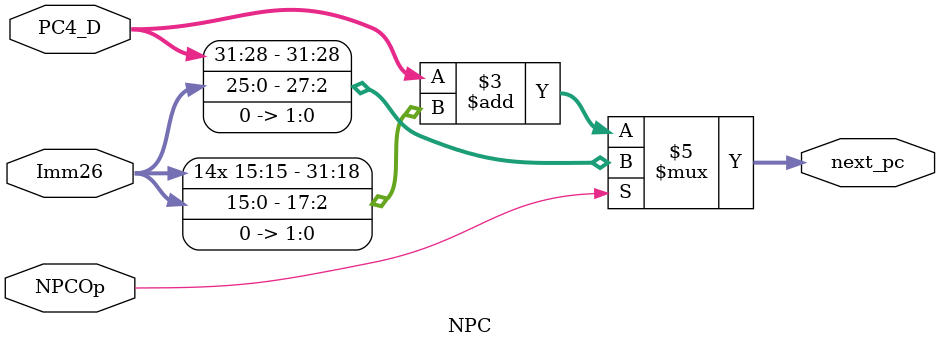
<source format=v>
module NPC(
    input [31:0] PC4_D,
    input [25:0] Imm26,
    input NPCOp,
    output reg [31:0] next_pc
    );
    
	 always @* begin
	      if(!NPCOp)
			   next_pc <= PC4_D + {{14{Imm26[15]}},Imm26[15:0],2'b00};
		   else
			   next_pc <= {PC4_D[31:28],Imm26[25:0],2'b00};
	 end

endmodule

</source>
